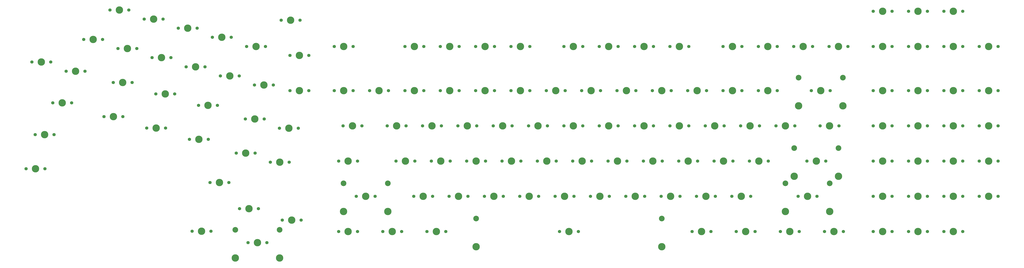
<source format=gts>
G04 #@! TF.GenerationSoftware,KiCad,Pcbnew,(5.1.6)-1*
G04 #@! TF.CreationDate,2020-08-30T16:27:27-04:00*
G04 #@! TF.ProjectId,keyboard,6b657962-6f61-4726-942e-6b696361645f,rev?*
G04 #@! TF.SameCoordinates,Original*
G04 #@! TF.FileFunction,Soldermask,Top*
G04 #@! TF.FilePolarity,Negative*
%FSLAX46Y46*%
G04 Gerber Fmt 4.6, Leading zero omitted, Abs format (unit mm)*
G04 Created by KiCad (PCBNEW (5.1.6)-1) date 2020-08-30 16:27:27*
%MOMM*%
%LPD*%
G01*
G04 APERTURE LIST*
%ADD10C,3.987800*%
%ADD11C,1.750000*%
%ADD12C,3.048000*%
G04 APERTURE END LIST*
D10*
X91319126Y-158115000D03*
D11*
X86239126Y-158115000D03*
X96399126Y-158115000D03*
D10*
X109720013Y-163045503D03*
D11*
X104640013Y-163045503D03*
X114800013Y-163045503D03*
D10*
X183591686Y-163606117D03*
D11*
X178511686Y-163606117D03*
X188671686Y-163606117D03*
D10*
X502679186Y-158843617D03*
D11*
X497599186Y-158843617D03*
X507759186Y-158843617D03*
D10*
X521729186Y-158843617D03*
D11*
X516649186Y-158843617D03*
X526809186Y-158843617D03*
D10*
X540779186Y-158843617D03*
D11*
X535699186Y-158843617D03*
X545859186Y-158843617D03*
D10*
X77188179Y-174050636D03*
D11*
X72108179Y-174050636D03*
X82268179Y-174050636D03*
D10*
X95589066Y-178981138D03*
D11*
X90509066Y-178981138D03*
X100669066Y-178981138D03*
D10*
X113989953Y-183911641D03*
D11*
X108909953Y-183911641D03*
X119069953Y-183911641D03*
D10*
X128120900Y-167976006D03*
D11*
X123040900Y-167976006D03*
X133200900Y-167976006D03*
D10*
X146521787Y-172906508D03*
D11*
X141441787Y-172906508D03*
X151601787Y-172906508D03*
D10*
X164922674Y-177837011D03*
D11*
X159842674Y-177837011D03*
X170002674Y-177837011D03*
D10*
X188354186Y-182656117D03*
D11*
X183274186Y-182656117D03*
X193434186Y-182656117D03*
D10*
X212166686Y-177893617D03*
D11*
X207086686Y-177893617D03*
X217246686Y-177893617D03*
D10*
X250266686Y-177893617D03*
D11*
X245186686Y-177893617D03*
X255346686Y-177893617D03*
D10*
X269316686Y-177893617D03*
D11*
X264236686Y-177893617D03*
X274396686Y-177893617D03*
D10*
X288366686Y-177893617D03*
D11*
X283286686Y-177893617D03*
X293446686Y-177893617D03*
D10*
X307416686Y-177893617D03*
D11*
X302336686Y-177893617D03*
X312496686Y-177893617D03*
D10*
X335991686Y-177893617D03*
D11*
X330911686Y-177893617D03*
X341071686Y-177893617D03*
D10*
X355041686Y-177893617D03*
D11*
X349961686Y-177893617D03*
X360121686Y-177893617D03*
D10*
X374091686Y-177893617D03*
D11*
X369011686Y-177893617D03*
X379171686Y-177893617D03*
D10*
X393141686Y-177893617D03*
D11*
X388061686Y-177893617D03*
X398221686Y-177893617D03*
D10*
X421716686Y-177893617D03*
D11*
X416636686Y-177893617D03*
X426796686Y-177893617D03*
D10*
X440766686Y-177893617D03*
D11*
X435686686Y-177893617D03*
X445846686Y-177893617D03*
D10*
X459816686Y-177893617D03*
D11*
X454736686Y-177893617D03*
X464896686Y-177893617D03*
D10*
X478866686Y-177893617D03*
D11*
X473786686Y-177893617D03*
X483946686Y-177893617D03*
D10*
X502679186Y-177893617D03*
D11*
X497599186Y-177893617D03*
X507759186Y-177893617D03*
D10*
X521729186Y-177893617D03*
D11*
X516649186Y-177893617D03*
X526809186Y-177893617D03*
D10*
X540779186Y-177893617D03*
D11*
X535699186Y-177893617D03*
X545859186Y-177893617D03*
D10*
X559829186Y-177893617D03*
D11*
X554749186Y-177893617D03*
X564909186Y-177893617D03*
D10*
X49256568Y-186288394D03*
D11*
X44176568Y-186288394D03*
X54336568Y-186288394D03*
D10*
X67657455Y-191218897D03*
D11*
X62577455Y-191218897D03*
X72737455Y-191218897D03*
D10*
X93039813Y-197382025D03*
D11*
X87959813Y-197382025D03*
X98119813Y-197382025D03*
D10*
X132390840Y-188842144D03*
D11*
X127310840Y-188842144D03*
X137470840Y-188842144D03*
D10*
X150791727Y-193772647D03*
D11*
X145711727Y-193772647D03*
X155871727Y-193772647D03*
D10*
X169192614Y-198703150D03*
D11*
X164112614Y-198703150D03*
X174272614Y-198703150D03*
D10*
X188354186Y-201706117D03*
D11*
X183274186Y-201706117D03*
X193434186Y-201706117D03*
D10*
X212166686Y-201706117D03*
D11*
X207086686Y-201706117D03*
X217246686Y-201706117D03*
D10*
X231216686Y-201706117D03*
D11*
X226136686Y-201706117D03*
X236296686Y-201706117D03*
D10*
X250266686Y-201706117D03*
D11*
X245186686Y-201706117D03*
X255346686Y-201706117D03*
D10*
X269316686Y-201706117D03*
D11*
X264236686Y-201706117D03*
X274396686Y-201706117D03*
D10*
X288366686Y-201706117D03*
D11*
X283286686Y-201706117D03*
X293446686Y-201706117D03*
D10*
X307416686Y-201706117D03*
D11*
X302336686Y-201706117D03*
X312496686Y-201706117D03*
D10*
X326466686Y-201706117D03*
D11*
X321386686Y-201706117D03*
X331546686Y-201706117D03*
D10*
X345516686Y-201706117D03*
D11*
X340436686Y-201706117D03*
X350596686Y-201706117D03*
D10*
X364566686Y-201706117D03*
D11*
X359486686Y-201706117D03*
X369646686Y-201706117D03*
D10*
X383616686Y-201706117D03*
D11*
X378536686Y-201706117D03*
X388696686Y-201706117D03*
D10*
X402666686Y-201706117D03*
D11*
X397586686Y-201706117D03*
X407746686Y-201706117D03*
D10*
X421716686Y-201706117D03*
D11*
X416636686Y-201706117D03*
X426796686Y-201706117D03*
D10*
X440766686Y-201706117D03*
D11*
X435686686Y-201706117D03*
X445846686Y-201706117D03*
D10*
X469341686Y-201706117D03*
D11*
X464261686Y-201706117D03*
X474421686Y-201706117D03*
D12*
X457403686Y-194721117D03*
X481279686Y-194721117D03*
D10*
X457403686Y-209961117D03*
X481279686Y-209961117D03*
X502679186Y-201706117D03*
D11*
X497599186Y-201706117D03*
X507759186Y-201706117D03*
D10*
X521729186Y-201706117D03*
D11*
X516649186Y-201706117D03*
X526809186Y-201706117D03*
D10*
X540779186Y-201706117D03*
D11*
X535699186Y-201706117D03*
X545859186Y-201706117D03*
D10*
X559829186Y-201706117D03*
D11*
X554749186Y-201706117D03*
X564909186Y-201706117D03*
D10*
X60507980Y-208387158D03*
D11*
X55427980Y-208387158D03*
X65587980Y-208387158D03*
D10*
X88109311Y-215782912D03*
D11*
X83029311Y-215782912D03*
X93189311Y-215782912D03*
D10*
X116040922Y-203545154D03*
D11*
X110960922Y-203545154D03*
X121120922Y-203545154D03*
D10*
X111110419Y-221946041D03*
D11*
X106030419Y-221946041D03*
X116190419Y-221946041D03*
D10*
X139042031Y-209708282D03*
D11*
X133962031Y-209708282D03*
X144122031Y-209708282D03*
D10*
X164262111Y-217104037D03*
D11*
X159182111Y-217104037D03*
X169342111Y-217104037D03*
D10*
X182662998Y-222034539D03*
D11*
X177582998Y-222034539D03*
X187742998Y-222034539D03*
D10*
X216929186Y-220756117D03*
D11*
X211849186Y-220756117D03*
X222009186Y-220756117D03*
D10*
X240741686Y-220756117D03*
D11*
X235661686Y-220756117D03*
X245821686Y-220756117D03*
D10*
X259791686Y-220756117D03*
D11*
X254711686Y-220756117D03*
X264871686Y-220756117D03*
D10*
X278841686Y-220756117D03*
D11*
X273761686Y-220756117D03*
X283921686Y-220756117D03*
D10*
X297891686Y-220756117D03*
D11*
X292811686Y-220756117D03*
X302971686Y-220756117D03*
D10*
X316941686Y-220756117D03*
D11*
X311861686Y-220756117D03*
X322021686Y-220756117D03*
D10*
X335991686Y-220756117D03*
D11*
X330911686Y-220756117D03*
X341071686Y-220756117D03*
D10*
X355041686Y-220756117D03*
D11*
X349961686Y-220756117D03*
X360121686Y-220756117D03*
D10*
X374091686Y-220756117D03*
D11*
X369011686Y-220756117D03*
X379171686Y-220756117D03*
D10*
X393141686Y-220756117D03*
D11*
X388061686Y-220756117D03*
X398221686Y-220756117D03*
D10*
X412191686Y-220756117D03*
D11*
X407111686Y-220756117D03*
X417271686Y-220756117D03*
D10*
X431241686Y-220756117D03*
D11*
X426161686Y-220756117D03*
X436321686Y-220756117D03*
D10*
X450291686Y-220756117D03*
D11*
X445211686Y-220756117D03*
X455371686Y-220756117D03*
D10*
X474104186Y-220756117D03*
D11*
X469024186Y-220756117D03*
X479184186Y-220756117D03*
D10*
X502679186Y-220756117D03*
D11*
X497599186Y-220756117D03*
X507759186Y-220756117D03*
D10*
X521729186Y-220756117D03*
D11*
X516649186Y-220756117D03*
X526809186Y-220756117D03*
D10*
X540779186Y-220756117D03*
D11*
X535699186Y-220756117D03*
X545859186Y-220756117D03*
D10*
X559829186Y-220756117D03*
D11*
X554749186Y-220756117D03*
X564909186Y-220756117D03*
D10*
X50977256Y-225555419D03*
D11*
X45897256Y-225555419D03*
X56057256Y-225555419D03*
D10*
X134111528Y-228109169D03*
D11*
X129031528Y-228109169D03*
X139191528Y-228109169D03*
D10*
X159331609Y-235504924D03*
D11*
X154251609Y-235504924D03*
X164411609Y-235504924D03*
D10*
X177732496Y-240435426D03*
D11*
X172652496Y-240435426D03*
X182812496Y-240435426D03*
D10*
X214547936Y-239806117D03*
D11*
X209467936Y-239806117D03*
X219627936Y-239806117D03*
D10*
X245504186Y-239806117D03*
D11*
X240424186Y-239806117D03*
X250584186Y-239806117D03*
D10*
X264554186Y-239806117D03*
D11*
X259474186Y-239806117D03*
X269634186Y-239806117D03*
D10*
X283604186Y-239806117D03*
D11*
X278524186Y-239806117D03*
X288684186Y-239806117D03*
D10*
X302654186Y-239806117D03*
D11*
X297574186Y-239806117D03*
X307734186Y-239806117D03*
D10*
X321704186Y-239806117D03*
D11*
X316624186Y-239806117D03*
X326784186Y-239806117D03*
D10*
X340754186Y-239806117D03*
D11*
X335674186Y-239806117D03*
X345834186Y-239806117D03*
D10*
X359804186Y-239806117D03*
D11*
X354724186Y-239806117D03*
X364884186Y-239806117D03*
D10*
X378854186Y-239806117D03*
D11*
X373774186Y-239806117D03*
X383934186Y-239806117D03*
D10*
X397904186Y-239806117D03*
D11*
X392824186Y-239806117D03*
X402984186Y-239806117D03*
D10*
X416954186Y-239806117D03*
D11*
X411874186Y-239806117D03*
X422034186Y-239806117D03*
D10*
X436004186Y-239806117D03*
D11*
X430924186Y-239806117D03*
X441084186Y-239806117D03*
D10*
X466960436Y-239806117D03*
D11*
X461880436Y-239806117D03*
X472040436Y-239806117D03*
D12*
X455022436Y-232821117D03*
X478898436Y-232821117D03*
D10*
X455022436Y-248061117D03*
X478898436Y-248061117D03*
X502679186Y-239806117D03*
D11*
X497599186Y-239806117D03*
X507759186Y-239806117D03*
D10*
X521729186Y-239806117D03*
D11*
X516649186Y-239806117D03*
X526809186Y-239806117D03*
D10*
X540779186Y-239806117D03*
D11*
X535699186Y-239806117D03*
X545859186Y-239806117D03*
D10*
X559829186Y-239806117D03*
D11*
X554749186Y-239806117D03*
X564909186Y-239806117D03*
D10*
X46046753Y-243956306D03*
D11*
X40966753Y-243956306D03*
X51126753Y-243956306D03*
D10*
X145200662Y-251440559D03*
D11*
X140120662Y-251440559D03*
X150280662Y-251440559D03*
D10*
X224072936Y-258856117D03*
D11*
X218992936Y-258856117D03*
X229152936Y-258856117D03*
D12*
X212134936Y-251871117D03*
X236010936Y-251871117D03*
D10*
X212134936Y-267111117D03*
X236010936Y-267111117D03*
X255029186Y-258856117D03*
D11*
X249949186Y-258856117D03*
X260109186Y-258856117D03*
D10*
X274079186Y-258856117D03*
D11*
X268999186Y-258856117D03*
X279159186Y-258856117D03*
D10*
X293129186Y-258856117D03*
D11*
X288049186Y-258856117D03*
X298209186Y-258856117D03*
D10*
X312179186Y-258856117D03*
D11*
X307099186Y-258856117D03*
X317259186Y-258856117D03*
D10*
X331229186Y-258856117D03*
D11*
X326149186Y-258856117D03*
X336309186Y-258856117D03*
D10*
X350279186Y-258856117D03*
D11*
X345199186Y-258856117D03*
X355359186Y-258856117D03*
D10*
X369329186Y-258856117D03*
D11*
X364249186Y-258856117D03*
X374409186Y-258856117D03*
D10*
X388379186Y-258856117D03*
D11*
X383299186Y-258856117D03*
X393459186Y-258856117D03*
D10*
X407429186Y-258856117D03*
D11*
X402349186Y-258856117D03*
X412509186Y-258856117D03*
D10*
X426479186Y-258856117D03*
D11*
X421399186Y-258856117D03*
X431559186Y-258856117D03*
D10*
X462197936Y-258856117D03*
D11*
X457117936Y-258856117D03*
X467277936Y-258856117D03*
D12*
X450259936Y-251871117D03*
X474135936Y-251871117D03*
D10*
X450259936Y-267111117D03*
X474135936Y-267111117D03*
X502679186Y-258856117D03*
D11*
X497599186Y-258856117D03*
X507759186Y-258856117D03*
D10*
X521729186Y-258856117D03*
D11*
X516649186Y-258856117D03*
X526809186Y-258856117D03*
D10*
X540779186Y-258856117D03*
D11*
X535699186Y-258856117D03*
X545859186Y-258856117D03*
D10*
X135585936Y-277809264D03*
D11*
X130505936Y-277809264D03*
X140665936Y-277809264D03*
D10*
X161136298Y-265571506D03*
D11*
X156056298Y-265571506D03*
X166216298Y-265571506D03*
D10*
X184137407Y-271734634D03*
D11*
X179057407Y-271734634D03*
X189217407Y-271734634D03*
D10*
X214547936Y-277906117D03*
D11*
X209467936Y-277906117D03*
X219627936Y-277906117D03*
D10*
X238360436Y-277906117D03*
D11*
X233280436Y-277906117D03*
X243440436Y-277906117D03*
D10*
X262172936Y-277906117D03*
D11*
X257092936Y-277906117D03*
X267252936Y-277906117D03*
D10*
X333610436Y-277906117D03*
D11*
X328530436Y-277906117D03*
X338690436Y-277906117D03*
D12*
X283610536Y-270921117D03*
X383610336Y-270921117D03*
D10*
X283610536Y-286161117D03*
X383610336Y-286161117D03*
X405047936Y-277906117D03*
D11*
X399967936Y-277906117D03*
X410127936Y-277906117D03*
D10*
X428860436Y-277906117D03*
D11*
X423780436Y-277906117D03*
X433940436Y-277906117D03*
D10*
X452672936Y-277906117D03*
D11*
X447592936Y-277906117D03*
X457752936Y-277906117D03*
D10*
X476485436Y-277906117D03*
D11*
X471405436Y-277906117D03*
X481565436Y-277906117D03*
D10*
X502679186Y-277906117D03*
D11*
X497599186Y-277906117D03*
X507759186Y-277906117D03*
D10*
X521729186Y-277906117D03*
D11*
X516649186Y-277906117D03*
X526809186Y-277906117D03*
D10*
X540779186Y-277906117D03*
D11*
X535699186Y-277906117D03*
X545859186Y-277906117D03*
D10*
X559829186Y-258856117D03*
D11*
X554749186Y-258856117D03*
X564909186Y-258856117D03*
D10*
X165730795Y-283972392D03*
D11*
X160650795Y-283972392D03*
X170810795Y-283972392D03*
D12*
X153792795Y-276987392D03*
X177668795Y-276987392D03*
D10*
X153792795Y-292227392D03*
X177668795Y-292227392D03*
M02*

</source>
